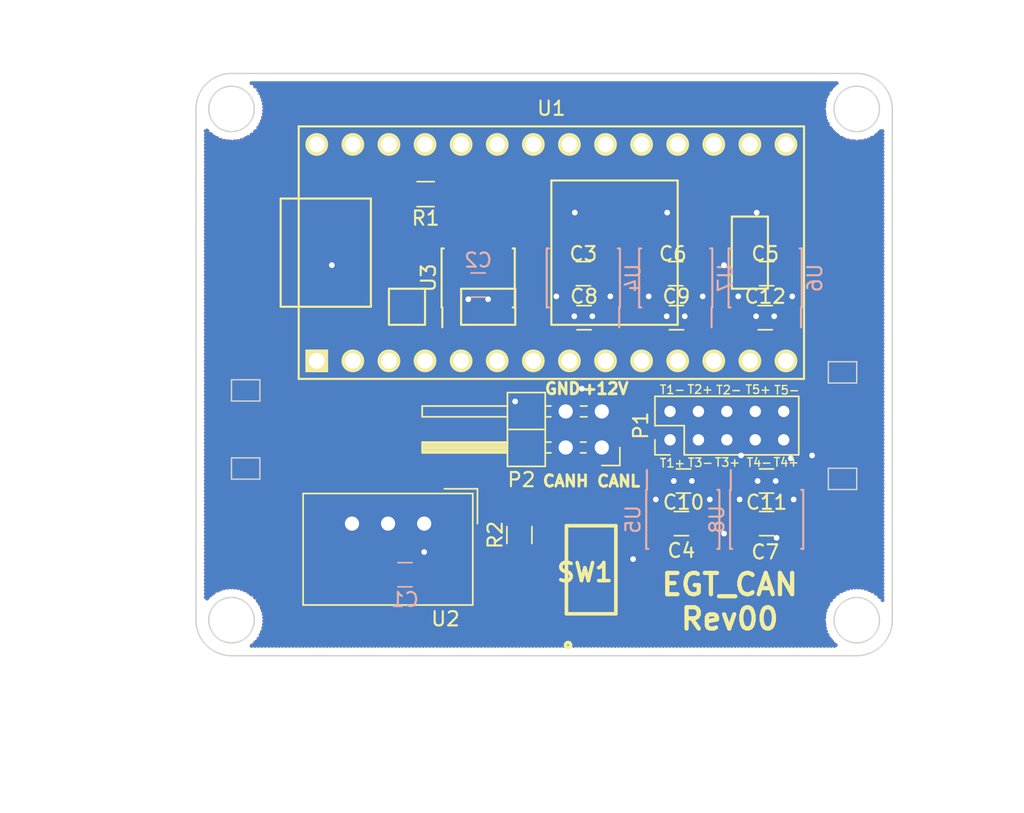
<source format=kicad_pcb>
(kicad_pcb (version 20171130) (host pcbnew "(5.0.0)")
  (title_block (title EGT_CAN_MODULE_PCB) (date 04-08-2018) (rev 00))
  (layers (0 F.Cu signal) (31 B.Cu signal) (34 B.Paste user) (35 F.Paste user) (36 B.SilkS user) (37 F.SilkS user) (38 B.Mask user) (39 F.Mask user) (44 Edge.Cuts user))
  (net 0 "")
  (net 1 Earth)
  (net 2 +12V)
  (net 3 +5V)
  (net 4 +3V3)
  (net 5 T1+)
  (net 6 T1-)
  (net 7 T2+)
  (net 8 T2-)
  (net 9 T3+)
  (net 10 T3-)
  (net 11 T4+)
  (net 12 T4-)
  (net 13 T5+)
  (net 14 T5-)
  (net 15 CANL)
  (net 16 CANH)
  (net 17 "Net-(R1-Pad1)")
  (net 18 SCK_TC)
  (net 19 "Net-(U1-Pad14)")
  (net 20 CS_3)
  (net 21 "Net-(U1-Pad18)")
  (net 22 "Net-(U1-Pad19)")
  (net 23 "Net-(U1-Pad20)")
  (net 24 "Net-(U1-Pad21)")
  (net 25 CS_4)
  (net 26 CS_5)
  (net 27 "Net-(U1-Pad24)")
  (net 28 "Net-(U1-Pad25)")
  (net 29 "Net-(U1-Pad27)")
  (net 30 SO_TC)
  (net 31 CS_1)
  (net 32 CS_2)
  (net 33 "Net-(U1-Pad10)")
  (net 34 "Net-(U1-Pad9)")
  (net 35 "Net-(U1-Pad8)")
  (net 36 "Net-(U1-Pad7)")
  (net 37 RX_CAN)
  (net 38 TX_CAN)
  (net 39 "Net-(U1-Pad4)")
  (net 40 "Net-(U1-Pad3)")
  (net 41 "Net-(U1-Pad2)")
  (net 42 "Net-(U3-Pad5)")
  (net 43 "Net-(R2-Pad1)")
  (net 44 "Net-(U1-Pad15)")
  (module Capacitors_SMD:C_0805_HandSoldering (layer B.Cu) (at 122.15 110.1)
    (fp_text reference C1 (at 0 1.75) (layer B.SilkS) (effects (justify mirror)))
    (fp_text value 22uF)
    (pad 1 smd rect (at -1.25 0) (size 1.5 1.25) (layers B.Cu B.Paste B.Mask) (net 2 +12V))
    (pad 2 smd rect (at 1.25 0) (size 1.5 1.25) (layers B.Cu B.Paste B.Mask) (net 1 Earth))
  )
  (module Capacitors_SMD:C_0805_HandSoldering (layer B.Cu) (at 127.3 89.7 180)
    (fp_text reference C2 (at 0 1.75 180) (layer B.SilkS) (effects (justify mirror)))
    (fp_text value 100nF)
    (pad 1 smd rect (at -1.25 0 180) (size 1.5 1.25) (layers B.Cu B.Paste B.Mask) (net 1 Earth))
    (pad 2 smd rect (at 1.25 0 180) (size 1.5 1.25) (layers B.Cu B.Paste B.Mask) (net 3 +5V))
  )
  (module Capacitors_SMD:C_0805_HandSoldering (layer F.Cu) (at 134.7 88.9 180)
    (fp_text reference C3 (at 0 1.4 180) (layer F.SilkS))
    (fp_text value 100nF)
    (pad 1 smd rect (at -1.25 0 180) (size 1.5 1.25) (layers F.Cu F.Paste F.Mask) (net 1 Earth))
    (pad 2 smd rect (at 1.25 0 180) (size 1.5 1.25) (layers F.Cu F.Paste F.Mask) (net 4 +3V3))
  )
  (module Capacitors_SMD:C_0805_HandSoldering (layer F.Cu) (at 141.6 106.5)
    (fp_text reference C4 (at 0 1.9) (layer F.SilkS))
    (fp_text value 100nF)
    (pad 1 smd rect (at -1.25 0) (size 1.5 1.25) (layers F.Cu F.Paste F.Mask) (net 1 Earth))
    (pad 2 smd rect (at 1.25 0) (size 1.5 1.25) (layers F.Cu F.Paste F.Mask) (net 4 +3V3))
  )
  (module Capacitors_SMD:C_0805_HandSoldering (layer F.Cu) (at 147.6 88.9 180)
    (fp_text reference C5 (at 0.1 1.4 180) (layer F.SilkS))
    (fp_text value 100nF)
    (pad 1 smd rect (at -1.25 0 180) (size 1.5 1.25) (layers F.Cu F.Paste F.Mask) (net 1 Earth))
    (pad 2 smd rect (at 1.25 0 180) (size 1.5 1.25) (layers F.Cu F.Paste F.Mask) (net 4 +3V3))
  )
  (module Capacitors_SMD:C_0805_HandSoldering (layer F.Cu) (at 141.2 88.9 180)
    (fp_text reference C6 (at 0.2 1.4 180) (layer F.SilkS))
    (fp_text value 100nF)
    (pad 1 smd rect (at -1.25 0 180) (size 1.5 1.25) (layers F.Cu F.Paste F.Mask) (net 1 Earth))
    (pad 2 smd rect (at 1.25 0 180) (size 1.5 1.25) (layers F.Cu F.Paste F.Mask) (net 4 +3V3))
  )
  (module Capacitors_SMD:C_0805_HandSoldering (layer F.Cu) (at 147.6 106.5)
    (fp_text reference C7 (at -0.1 2) (layer F.SilkS))
    (fp_text value 100nF)
    (pad 1 smd rect (at -1.25 0) (size 1.5 1.25) (layers F.Cu F.Paste F.Mask) (net 1 Earth))
    (pad 2 smd rect (at 1.25 0) (size 1.5 1.25) (layers F.Cu F.Paste F.Mask) (net 4 +3V3))
  )
  (module Pin_Headers:Pin_Header_Straight_2x05_Pitch2.00mm (layer F.Cu) (at 140.8 100.6 90)
    (fp_text reference P1 (at 1 -2.06 90) (layer F.SilkS))
    (fp_text value CONN_01X10)
    (pad 1 thru_hole rect (at 0 0 90) (size 1.35 1.35) (drill 0.8) (layers *.Cu *.Mask) (net 5 T1+))
    (pad 2 thru_hole oval (at 2 0 90) (size 1.35 1.35) (drill 0.8) (layers *.Cu *.Mask) (net 6 T1-))
    (pad 3 thru_hole oval (at 0 2 90) (size 1.35 1.35) (drill 0.8) (layers *.Cu *.Mask) (net 10 T3-))
    (pad 4 thru_hole oval (at 2 2 90) (size 1.35 1.35) (drill 0.8) (layers *.Cu *.Mask) (net 7 T2+))
    (pad 5 thru_hole oval (at 0 4 90) (size 1.35 1.35) (drill 0.8) (layers *.Cu *.Mask) (net 9 T3+))
    (pad 6 thru_hole oval (at 2 4 90) (size 1.35 1.35) (drill 0.8) (layers *.Cu *.Mask) (net 8 T2-))
    (pad 7 thru_hole oval (at 0 6 90) (size 1.35 1.35) (drill 0.8) (layers *.Cu *.Mask) (net 12 T4-))
    (pad 8 thru_hole oval (at 2 6 90) (size 1.35 1.35) (drill 0.8) (layers *.Cu *.Mask) (net 13 T5+))
    (pad 9 thru_hole oval (at 0 8 90) (size 1.35 1.35) (drill 0.8) (layers *.Cu *.Mask) (net 11 T4+))
    (pad 10 thru_hole oval (at 2 8 90) (size 1.35 1.35) (drill 0.8) (layers *.Cu *.Mask) (net 14 T5-))
  )
  (module Pin_Headers:Pin_Header_Angled_2x02_Pitch2.54mm (layer F.Cu) (at 136 101.14 180)
    (fp_text reference P2 (at 5.655 -2.27 180) (layer F.SilkS))
    (fp_text value CONN_01X04)
    (pad 1 thru_hole rect (at 0 0 180) (size 1.7 1.7) (drill 1) (layers *.Cu *.Mask) (net 2 +12V))
    (pad 2 thru_hole oval (at 2.54 0 180) (size 1.7 1.7) (drill 1) (layers *.Cu *.Mask) (net 1 Earth))
    (pad 3 thru_hole oval (at 0 2.54 180) (size 1.7 1.7) (drill 1) (layers *.Cu *.Mask) (net 15 CANL))
    (pad 4 thru_hole oval (at 2.54 2.54 180) (size 1.7 1.7) (drill 1) (layers *.Cu *.Mask) (net 16 CANH))
  )
  (module Resistors_SMD:R_0805_HandSoldering (layer F.Cu) (at 123.6 83.3 180)
    (fp_text reference R1 (at 0 -1.7 180) (layer F.SilkS))
    (fp_text value 18K)
    (pad 1 smd rect (at -1.35 0 180) (size 1.5 1.3) (layers F.Cu F.Paste F.Mask) (net 17 "Net-(R1-Pad1)"))
    (pad 2 smd rect (at 1.35 0 180) (size 1.5 1.3) (layers F.Cu F.Paste F.Mask) (net 1 Earth))
  )
  (module Resistors_SMD:R_0805_HandSoldering (layer F.Cu) (at 130.2 107.3 90)
    (fp_text reference R2 (at 0 -1.7 90) (layer F.SilkS))
    (fp_text value 120)
    (pad 1 smd rect (at -1.35 0 90) (size 1.5 1.3) (layers F.Cu F.Paste F.Mask) (net 43 "Net-(R2-Pad1)"))
    (pad 2 smd rect (at 1.35 0 90) (size 1.5 1.3) (layers F.Cu F.Paste F.Mask) (net 16 CANH))
  )
  (module "User Libraries:TEENSY_3.2_BASIC" (layer F.Cu) (at 132.45 87.42)
    (fp_text reference U1 (at 0 -10.16) (layer F.SilkS))
    (fp_text value TEENSY_3.2_BASIC)
    (pad 15 thru_hole circle (at 16.51 -7.62) (size 1.6 1.6) (drill 1.1) (layers *.Cu *.Mask F.SilkS) (net 44 "Net-(U1-Pad15)"))
    (pad 14 thru_hole circle (at 16.51 7.62) (size 1.6 1.6) (drill 1.1) (layers *.Cu *.Mask F.SilkS) (net 19 "Net-(U1-Pad14)"))
    (pad 16 thru_hole circle (at 13.97 -7.62) (size 1.6 1.6) (drill 1.1) (layers *.Cu *.Mask F.SilkS) (net 18 SCK_TC))
    (pad 17 thru_hole circle (at 11.43 -7.62) (size 1.6 1.6) (drill 1.1) (layers *.Cu *.Mask F.SilkS) (net 26 CS_5))
    (pad 18 thru_hole circle (at 8.89 -7.62) (size 1.6 1.6) (drill 1.1) (layers *.Cu *.Mask F.SilkS) (net 21 "Net-(U1-Pad18)"))
    (pad 19 thru_hole circle (at 6.35 -7.62) (size 1.6 1.6) (drill 1.1) (layers *.Cu *.Mask F.SilkS) (net 22 "Net-(U1-Pad19)"))
    (pad 20 thru_hole circle (at 3.81 -7.62) (size 1.6 1.6) (drill 1.1) (layers *.Cu *.Mask F.SilkS) (net 23 "Net-(U1-Pad20)"))
    (pad 21 thru_hole circle (at 1.27 -7.62) (size 1.6 1.6) (drill 1.1) (layers *.Cu *.Mask F.SilkS) (net 24 "Net-(U1-Pad21)"))
    (pad 22 thru_hole circle (at -1.27 -7.62) (size 1.6 1.6) (drill 1.1) (layers *.Cu *.Mask F.SilkS) (net 32 CS_2))
    (pad 23 thru_hole circle (at -3.81 -7.62) (size 1.6 1.6) (drill 1.1) (layers *.Cu *.Mask F.SilkS) (net 31 CS_1))
    (pad 24 thru_hole circle (at -6.35 -7.62) (size 1.6 1.6) (drill 1.1) (layers *.Cu *.Mask F.SilkS) (net 27 "Net-(U1-Pad24)"))
    (pad 25 thru_hole circle (at -8.89 -7.62) (size 1.6 1.6) (drill 1.1) (layers *.Cu *.Mask F.SilkS) (net 28 "Net-(U1-Pad25)"))
    (pad 26 thru_hole circle (at -11.43 -7.62) (size 1.6 1.6) (drill 1.1) (layers *.Cu *.Mask F.SilkS) (net 4 +3V3))
    (pad 27 thru_hole circle (at -13.97 -7.62) (size 1.6 1.6) (drill 1.1) (layers *.Cu *.Mask F.SilkS) (net 29 "Net-(U1-Pad27)"))
    (pad 28 thru_hole circle (at -16.51 -7.62) (size 1.6 1.6) (drill 1.1) (layers *.Cu *.Mask F.SilkS) (net 3 +5V))
    (pad 13 thru_hole circle (at 13.97 7.62) (size 1.6 1.6) (drill 1.1) (layers *.Cu *.Mask F.SilkS) (net 30 SO_TC))
    (pad 12 thru_hole circle (at 11.43 7.62) (size 1.6 1.6) (drill 1.1) (layers *.Cu *.Mask F.SilkS) (net 25 CS_4))
    (pad 11 thru_hole circle (at 8.89 7.62) (size 1.6 1.6) (drill 1.1) (layers *.Cu *.Mask F.SilkS) (net 20 CS_3))
    (pad 10 thru_hole circle (at 6.35 7.62) (size 1.6 1.6) (drill 1.1) (layers *.Cu *.Mask F.SilkS) (net 33 "Net-(U1-Pad10)"))
    (pad 9 thru_hole circle (at 3.81 7.62) (size 1.6 1.6) (drill 1.1) (layers *.Cu *.Mask F.SilkS) (net 34 "Net-(U1-Pad9)"))
    (pad 8 thru_hole circle (at 1.27 7.62) (size 1.6 1.6) (drill 1.1) (layers *.Cu *.Mask F.SilkS) (net 35 "Net-(U1-Pad8)"))
    (pad 7 thru_hole circle (at -1.27 7.62) (size 1.6 1.6) (drill 1.1) (layers *.Cu *.Mask F.SilkS) (net 36 "Net-(U1-Pad7)"))
    (pad 6 thru_hole circle (at -3.81 7.62) (size 1.6 1.6) (drill 1.1) (layers *.Cu *.Mask F.SilkS) (net 37 RX_CAN))
    (pad 5 thru_hole circle (at -6.35 7.62) (size 1.6 1.6) (drill 1.1) (layers *.Cu *.Mask F.SilkS) (net 38 TX_CAN))
    (pad 4 thru_hole circle (at -8.89 7.62) (size 1.6 1.6) (drill 1.1) (layers *.Cu *.Mask F.SilkS) (net 39 "Net-(U1-Pad4)"))
    (pad 3 thru_hole circle (at -11.43 7.62) (size 1.6 1.6) (drill 1.1) (layers *.Cu *.Mask F.SilkS) (net 40 "Net-(U1-Pad3)"))
    (pad 2 thru_hole circle (at -13.97 7.62) (size 1.6 1.6) (drill 1.1) (layers *.Cu *.Mask F.SilkS) (net 41 "Net-(U1-Pad2)"))
    (pad 1 thru_hole rect (at -16.51 7.62) (size 1.6 1.6) (drill 1.1) (layers *.Cu *.Mask F.SilkS) (net 1 Earth))
  )
  (module Converters_DCDC_ACDC:DCDC-Conv_TRACO_TSR-1 (layer F.Cu) (at 123.5 106.5 180)
    (fp_text reference U2 (at -1.5 -6.71 180) (layer F.SilkS))
    (fp_text value TSR_1-2450)
    (pad 1 thru_hole rect (at 0 0 180) (size 1.5 2.5) (drill 1) (layers *.Cu *.Mask) (net 2 +12V))
    (pad 2 thru_hole oval (at 2.54 0 180) (size 1.5 2.5) (drill 1) (layers *.Cu *.Mask) (net 1 Earth))
    (pad 3 thru_hole oval (at 5.08 0 180) (size 1.5 2.5) (drill 1) (layers *.Cu *.Mask) (net 3 +5V))
  )
  (module Housings_SOIC:SOIC-8_3.9x4.9mm_Pitch1.27mm (layer F.Cu) (at 127.3 89.2 90)
    (fp_text reference U3 (at 0 -3.5 90) (layer F.SilkS))
    (fp_text value MCP2551-I/SN)
    (pad 1 smd rect (at -2.7 -1.905 90) (size 1.55 0.6) (layers F.Cu F.Paste F.Mask) (net 38 TX_CAN))
    (pad 2 smd rect (at -2.7 -0.635 90) (size 1.55 0.6) (layers F.Cu F.Paste F.Mask) (net 1 Earth))
    (pad 3 smd rect (at -2.7 0.635 90) (size 1.55 0.6) (layers F.Cu F.Paste F.Mask) (net 3 +5V))
    (pad 4 smd rect (at -2.7 1.905 90) (size 1.55 0.6) (layers F.Cu F.Paste F.Mask) (net 37 RX_CAN))
    (pad 5 smd rect (at 2.7 1.905 90) (size 1.55 0.6) (layers F.Cu F.Paste F.Mask) (net 42 "Net-(U3-Pad5)"))
    (pad 6 smd rect (at 2.7 0.635 90) (size 1.55 0.6) (layers F.Cu F.Paste F.Mask) (net 15 CANL))
    (pad 7 smd rect (at 2.7 -0.635 90) (size 1.55 0.6) (layers F.Cu F.Paste F.Mask) (net 16 CANH))
    (pad 8 smd rect (at 2.7 -1.905 90) (size 1.55 0.6) (layers F.Cu F.Paste F.Mask) (net 17 "Net-(R1-Pad1)"))
  )
  (module Housings_SOIC:SOIC-8_3.9x4.9mm_Pitch1.27mm (layer B.Cu) (at 134.7 89.2 90)
    (fp_text reference U4 (at 0 3.5 90) (layer B.SilkS) (effects (justify mirror)))
    (fp_text value MAX31855KASA)
    (pad 1 smd rect (at -2.7 1.905 90) (size 1.55 0.6) (layers B.Cu B.Paste B.Mask) (net 1 Earth))
    (pad 2 smd rect (at -2.7 0.635 90) (size 1.55 0.6) (layers B.Cu B.Paste B.Mask) (net 6 T1-))
    (pad 3 smd rect (at -2.7 -0.635 90) (size 1.55 0.6) (layers B.Cu B.Paste B.Mask) (net 5 T1+))
    (pad 4 smd rect (at -2.7 -1.905 90) (size 1.55 0.6) (layers B.Cu B.Paste B.Mask) (net 4 +3V3))
    (pad 5 smd rect (at 2.7 -1.905 90) (size 1.55 0.6) (layers B.Cu B.Paste B.Mask) (net 18 SCK_TC))
    (pad 6 smd rect (at 2.7 -0.635 90) (size 1.55 0.6) (layers B.Cu B.Paste B.Mask) (net 31 CS_1))
    (pad 7 smd rect (at 2.7 0.635 90) (size 1.55 0.6) (layers B.Cu B.Paste B.Mask) (net 30 SO_TC))
    (pad 8 smd rect (at 2.7 1.905 90) (size 1.55 0.6) (layers B.Cu B.Paste B.Mask))
  )
  (module Housings_SOIC:SOIC-8_3.9x4.9mm_Pitch1.27mm (layer B.Cu) (at 141.7 106.2 270)
    (fp_text reference U5 (at 0 3.5 270) (layer B.SilkS) (effects (justify mirror)))
    (fp_text value MAX31855KASA)
    (pad 1 smd rect (at -2.7 1.905 270) (size 1.55 0.6) (layers B.Cu B.Paste B.Mask) (net 1 Earth))
    (pad 2 smd rect (at -2.7 0.635 270) (size 1.55 0.6) (layers B.Cu B.Paste B.Mask) (net 10 T3-))
    (pad 3 smd rect (at -2.7 -0.635 270) (size 1.55 0.6) (layers B.Cu B.Paste B.Mask) (net 9 T3+))
    (pad 4 smd rect (at -2.7 -1.905 270) (size 1.55 0.6) (layers B.Cu B.Paste B.Mask) (net 4 +3V3))
    (pad 5 smd rect (at 2.7 -1.905 270) (size 1.55 0.6) (layers B.Cu B.Paste B.Mask) (net 18 SCK_TC))
    (pad 6 smd rect (at 2.7 -0.635 270) (size 1.55 0.6) (layers B.Cu B.Paste B.Mask) (net 20 CS_3))
    (pad 7 smd rect (at 2.7 0.635 270) (size 1.55 0.6) (layers B.Cu B.Paste B.Mask) (net 30 SO_TC))
    (pad 8 smd rect (at 2.7 1.905 270) (size 1.55 0.6) (layers B.Cu B.Paste B.Mask))
  )
  (module Housings_SOIC:SOIC-8_3.9x4.9mm_Pitch1.27mm (layer B.Cu) (at 147.495 89.2 90)
    (fp_text reference U6 (at 0 3.5 90) (layer B.SilkS) (effects (justify mirror)))
    (fp_text value MAX31855KASA)
    (pad 1 smd rect (at -2.7 1.905 90) (size 1.55 0.6) (layers B.Cu B.Paste B.Mask) (net 1 Earth))
    (pad 2 smd rect (at -2.7 0.635 90) (size 1.55 0.6) (layers B.Cu B.Paste B.Mask) (net 14 T5-))
    (pad 3 smd rect (at -2.7 -0.635 90) (size 1.55 0.6) (layers B.Cu B.Paste B.Mask) (net 13 T5+))
    (pad 4 smd rect (at -2.7 -1.905 90) (size 1.55 0.6) (layers B.Cu B.Paste B.Mask) (net 4 +3V3))
    (pad 5 smd rect (at 2.7 -1.905 90) (size 1.55 0.6) (layers B.Cu B.Paste B.Mask) (net 18 SCK_TC))
    (pad 6 smd rect (at 2.7 -0.635 90) (size 1.55 0.6) (layers B.Cu B.Paste B.Mask) (net 26 CS_5))
    (pad 7 smd rect (at 2.7 0.635 90) (size 1.55 0.6) (layers B.Cu B.Paste B.Mask) (net 30 SO_TC))
    (pad 8 smd rect (at 2.7 1.905 90) (size 1.55 0.6) (layers B.Cu B.Paste B.Mask))
  )
  (module Housings_SOIC:SOIC-8_3.9x4.9mm_Pitch1.27mm (layer B.Cu) (at 141.2 89.2 90)
    (fp_text reference U7 (at 0 3.5 90) (layer B.SilkS) (effects (justify mirror)))
    (fp_text value MAX31855KASA)
    (pad 1 smd rect (at -2.7 1.905 90) (size 1.55 0.6) (layers B.Cu B.Paste B.Mask) (net 1 Earth))
    (pad 2 smd rect (at -2.7 0.635 90) (size 1.55 0.6) (layers B.Cu B.Paste B.Mask) (net 8 T2-))
    (pad 3 smd rect (at -2.7 -0.635 90) (size 1.55 0.6) (layers B.Cu B.Paste B.Mask) (net 7 T2+))
    (pad 4 smd rect (at -2.7 -1.905 90) (size 1.55 0.6) (layers B.Cu B.Paste B.Mask) (net 4 +3V3))
    (pad 5 smd rect (at 2.7 -1.905 90) (size 1.55 0.6) (layers B.Cu B.Paste B.Mask) (net 18 SCK_TC))
    (pad 6 smd rect (at 2.7 -0.635 90) (size 1.55 0.6) (layers B.Cu B.Paste B.Mask) (net 32 CS_2))
    (pad 7 smd rect (at 2.7 0.635 90) (size 1.55 0.6) (layers B.Cu B.Paste B.Mask) (net 30 SO_TC))
    (pad 8 smd rect (at 2.7 1.905 90) (size 1.55 0.6) (layers B.Cu B.Paste B.Mask))
  )
  (module Housings_SOIC:SOIC-8_3.9x4.9mm_Pitch1.27mm (layer B.Cu) (at 147.6 106.2 270)
    (fp_text reference U8 (at 0 3.5 270) (layer B.SilkS) (effects (justify mirror)))
    (fp_text value MAX31855KASA)
    (pad 1 smd rect (at -2.7 1.905 270) (size 1.55 0.6) (layers B.Cu B.Paste B.Mask) (net 1 Earth))
    (pad 2 smd rect (at -2.7 0.635 270) (size 1.55 0.6) (layers B.Cu B.Paste B.Mask) (net 12 T4-))
    (pad 3 smd rect (at -2.7 -0.635 270) (size 1.55 0.6) (layers B.Cu B.Paste B.Mask) (net 11 T4+))
    (pad 4 smd rect (at -2.7 -1.905 270) (size 1.55 0.6) (layers B.Cu B.Paste B.Mask) (net 4 +3V3))
    (pad 5 smd rect (at 2.7 -1.905 270) (size 1.55 0.6) (layers B.Cu B.Paste B.Mask) (net 18 SCK_TC))
    (pad 6 smd rect (at 2.7 -0.635 270) (size 1.55 0.6) (layers B.Cu B.Paste B.Mask) (net 25 CS_4))
    (pad 7 smd rect (at 2.7 0.635 270) (size 1.55 0.6) (layers B.Cu B.Paste B.Mask) (net 30 SO_TC))
    (pad 8 smd rect (at 2.7 1.905 270) (size 1.55 0.6) (layers B.Cu B.Paste B.Mask))
  )
  (module SamacSys_Parts:IKD0103101 (layer F.Cu) (at 135.25 109.75)
    (fp_text reference SW1 (at -0.44 0.188) (layer F.SilkS) (effects (font (size 1.27 1.27) (thickness 0.254))))
    (fp_text value SW_DIP_x01 hide)
    (pad 1 smd rect (at 0 4.45) (size 1.1 1.5) (layers F.Cu F.Paste F.Mask) (net 43 "Net-(R2-Pad1)"))
    (pad 2 smd rect (at 0 -4.45) (size 1.1 1.5) (layers F.Cu F.Paste F.Mask) (net 15 CANL))
  )
  (module Capacitors_SMD:C_0805_HandSoldering (layer F.Cu) (at 134.75 92 180)
    (fp_text reference C8 (at 0 1.5 180) (layer F.SilkS))
    (fp_text value 10nF)
    (pad 2 smd rect (at 1.25 0 180) (size 1.5 1.25) (layers F.Cu F.Paste F.Mask) (net 5 T1+))
    (pad 1 smd rect (at -1.25 0 180) (size 1.5 1.25) (layers F.Cu F.Paste F.Mask) (net 6 T1-))
  )
  (module Capacitors_SMD:C_0805_HandSoldering (layer F.Cu) (at 141.25 92 180)
    (fp_text reference C9 (at 0 1.5 180) (layer F.SilkS))
    (fp_text value 10nF)
    (pad 1 smd rect (at -1.25 0 180) (size 1.5 1.25) (layers F.Cu F.Paste F.Mask) (net 8 T2-))
    (pad 2 smd rect (at 1.25 0 180) (size 1.5 1.25) (layers F.Cu F.Paste F.Mask) (net 7 T2+))
  )
  (module Capacitors_SMD:C_0805_HandSoldering (layer F.Cu) (at 141.75 103.5)
    (fp_text reference C10 (at 0 1.5) (layer F.SilkS))
    (fp_text value 10nF)
    (pad 2 smd rect (at 1.25 0) (size 1.5 1.25) (layers F.Cu F.Paste F.Mask) (net 9 T3+))
    (pad 1 smd rect (at -1.25 0) (size 1.5 1.25) (layers F.Cu F.Paste F.Mask) (net 10 T3-))
  )
  (module Capacitors_SMD:C_0805_HandSoldering (layer F.Cu) (at 147.594 103.5)
    (fp_text reference C11 (at 0 1.5) (layer F.SilkS))
    (fp_text value 10nF)
    (pad 1 smd rect (at -1.25 0) (size 1.5 1.25) (layers F.Cu F.Paste F.Mask) (net 12 T4-))
    (pad 2 smd rect (at 1.25 0) (size 1.5 1.25) (layers F.Cu F.Paste F.Mask) (net 11 T4+))
  )
  (module Capacitors_SMD:C_0805_HandSoldering (layer F.Cu) (at 147.5 92 180)
    (fp_text reference C12 (at 0 1.5 180) (layer F.SilkS))
    (fp_text value 10nF)
    (pad 2 smd rect (at 1.25 0 180) (size 1.5 1.25) (layers F.Cu F.Paste F.Mask) (net 13 T5+))
    (pad 1 smd rect (at -1.25 0 180) (size 1.5 1.25) (layers F.Cu F.Paste F.Mask) (net 14 T5-))
  )
  (gr_text "EGT_CAN\nRev00" (at 145 112) (layer F.SilkS) (effects (font (size 1.5 1.5) (thickness 0.3))))
  (gr_text T5- (at 149.02 97.1) (layer F.SilkS) (effects (font (size 0.6 0.6) (thickness 0.1))))
  (gr_text T5+ (at 147 97.06) (layer F.SilkS) (effects (font (size 0.6 0.6) (thickness 0.1))))
  (gr_text T2- (at 144.94 97.09) (layer F.SilkS) (effects (font (size 0.6 0.6) (thickness 0.1))))
  (gr_text T2+ (at 142.92 97.05) (layer F.SilkS) (effects (font (size 0.6 0.6) (thickness 0.1))))
  (gr_text T4- (at 147.08 102.2) (layer F.SilkS) (effects (font (size 0.6 0.6) (thickness 0.1))))
  (gr_text T4+ (at 148.98 102.18) (layer F.SilkS) (effects (font (size 0.6 0.6) (thickness 0.1))))
  (gr_text T3+ (at 144.84 102.19) (layer F.SilkS) (effects (font (size 0.6 0.6) (thickness 0.1))))
  (gr_text T3- (at 142.94 102.21) (layer F.SilkS) (effects (font (size 0.6 0.6) (thickness 0.1))))
  (gr_text T1+ (at 140.97 102.24) (layer F.SilkS) (effects (font (size 0.6 0.6) (thickness 0.1))))
  (gr_text T1- (at 140.97 97.07) (layer F.SilkS) (effects (font (size 0.6 0.6) (thickness 0.1))))
  (gr_text GND (at 133.25 97) (layer F.SilkS) (effects (font (size 0.8 0.8) (thickness 0.2))))
  (gr_text +12V (at 136.25 97) (layer F.SilkS) (effects (font (size 0.8 0.8) (thickness 0.2))))
  (gr_text CANL (at 137.18 103.51) (layer F.SilkS) (effects (font (size 0.8 0.8) (thickness 0.2))))
  (gr_text CANH (at 133.46 103.5) (layer F.SilkS) (effects (font (size 0.8 0.8) (thickness 0.2))))
  (gr_line (start 111.94 103.37) (end 111.94 101.87) (layer Edge.Cuts) (width 0.1))
  (gr_line (start 109.94 103.37) (end 111.94 103.37) (layer Edge.Cuts) (width 0.1))
  (gr_line (start 109.94 101.87) (end 109.94 103.37) (layer Edge.Cuts) (width 0.1))
  (gr_line (start 111.94 101.87) (end 109.94 101.87) (layer Edge.Cuts) (width 0.1))
  (gr_line (start 111.94 97.87) (end 111.94 96.37) (layer Edge.Cuts) (width 0.1))
  (gr_line (start 109.94 97.87) (end 111.94 97.87) (layer Edge.Cuts) (width 0.1))
  (gr_line (start 109.94 96.37) (end 109.94 97.87) (layer Edge.Cuts) (width 0.1))
  (gr_line (start 111.94 96.37) (end 109.94 96.37) (layer Edge.Cuts) (width 0.1))
  (gr_line (start 151.94 104.1) (end 151.94 102.6) (layer Edge.Cuts) (width 0.1))
  (gr_line (start 153.94 104.1) (end 151.94 104.1) (layer Edge.Cuts) (width 0.1))
  (gr_line (start 153.94 102.6) (end 153.94 104.1) (layer Edge.Cuts) (width 0.1))
  (gr_line (start 151.94 102.6) (end 153.94 102.6) (layer Edge.Cuts) (width 0.1))
  (gr_line (start 151.94 96.6) (end 151.94 95.1) (layer Edge.Cuts) (width 0.1))
  (gr_line (start 153.94 96.6) (end 151.94 96.6) (layer Edge.Cuts) (width 0.1))
  (gr_line (start 153.94 95.1) (end 153.94 96.6) (layer Edge.Cuts) (width 0.1))
  (gr_line (start 151.94 95.1) (end 153.94 95.1) (layer Edge.Cuts) (width 0.1))
  (gr_circle (center 153.94 77.3) (end 155.54 77.3) (layer Edge.Cuts) (width 0.1))
  (gr_circle (center 153.94 113.3) (end 155.54 113.3) (layer Edge.Cuts) (width 0.1))
  (gr_circle (center 109.94 113.3) (end 108.34 113.3) (layer Edge.Cuts) (width 0.1))
  (gr_circle (center 109.94 77.3) (end 108.34 77.3) (layer Edge.Cuts) (width 0.1))
  (gr_arc (start 109.94 113.3) (end 109.94 115.8) (angle 90) (layer Edge.Cuts) (width 0.1))
  (gr_arc (start 153.94 113.3) (end 156.44 113.3) (angle 90) (layer Edge.Cuts) (width 0.1))
  (gr_arc (start 109.94 77.3) (end 107.44 77.3) (angle 90) (layer Edge.Cuts) (width 0.1))
  (gr_arc (start 153.94 77.3) (end 153.94 74.8) (angle 90) (layer Edge.Cuts) (width 0.1))
  (gr_line (start 109.94 115.8) (end 153.94 115.8) (layer Edge.Cuts) (width 0.1))
  (gr_line (start 109.94 74.8) (end 153.94 74.8) (layer Edge.Cuts) (width 0.1))
  (gr_line (start 156.44 77.3) (end 156.44 113.3) (layer Edge.Cuts) (width 0.1))
  (gr_line (start 107.44 77.3) (end 107.44 113.3) (layer Edge.Cuts) (width 0.1))
  (segment (start 120.9 110.1) (end 120.9 106.56) (width 0.25) (layer B.Cu) (net 1))
  (segment (start 120.9 106.56) (end 120.96 106.5) (width 0.25) (layer B.Cu) (net 1))
  (segment (start 126.6 90.7) (end 126.6 90.25) (width 0.25) (layer B.Cu) (net 1))
  (segment (start 126.6 90.25) (end 126.05 89.7) (width 0.25) (layer B.Cu) (net 1))
  (segment (start 126.665 91.9) (end 126.665 90.765) (width 0.25) (layer F.Cu) (net 1))
  (segment (start 126.665 90.765) (end 126.6 90.7) (width 0.25) (layer F.Cu) (net 1))
  (via (at 126.6 90.7) (size 0.6) (drill 0.4) (layers F.Cu B.Cu) (net 1))
  (segment (start 136.6 90.5) (end 136.6 89.55) (width 0.25) (layer F.Cu) (net 1))
  (segment (start 136.6 89.55) (end 135.95 88.9) (width 0.25) (layer F.Cu) (net 1))
  (segment (start 136.605 91.9) (end 136.605 90.505) (width 0.25) (layer B.Cu) (net 1))
  (segment (start 136.605 90.505) (end 136.6 90.5) (width 0.25) (layer B.Cu) (net 1))
  (via (at 136.6 90.5) (size 0.6) (drill 0.4) (layers F.Cu B.Cu) (net 1))
  (segment (start 143.1 90.5) (end 143.1 91.895) (width 0.25) (layer B.Cu) (net 1))
  (segment (start 143.1 91.895) (end 143.105 91.9) (width 0.25) (layer B.Cu) (net 1))
  (segment (start 142.45 89.85) (end 143.1 90.5) (width 0.25) (layer F.Cu) (net 1))
  (via (at 143.1 90.5) (size 0.6) (drill 0.4) (layers F.Cu B.Cu) (net 1))
  (segment (start 149.4 90.5) (end 149.4 89.45) (width 0.25) (layer F.Cu) (net 1))
  (segment (start 148.85 88.9) (end 149.4 89.45) (width 0.25) (layer F.Cu) (net 1))
  (via (at 149.4 90.5) (size 0.6) (drill 0.4) (layers F.Cu B.Cu) (net 1))
  (segment (start 149.4 91.9) (end 149.4 90.5) (width 0.25) (layer B.Cu) (net 1))
  (segment (start 145.695 103.5) (end 145.695 104.795) (width 0.25) (layer B.Cu) (net 1))
  (segment (start 145.695 104.795) (end 145.7 104.8) (width 0.25) (layer B.Cu) (net 1))
  (via (at 145.7 104.8) (size 0.6) (drill 0.4) (layers F.Cu B.Cu) (net 1))
  (segment (start 139.795 103.5) (end 139.795 104.795) (width 0.25) (layer B.Cu) (net 1))
  (segment (start 139.795 104.795) (end 139.8 104.8) (width 0.25) (layer B.Cu) (net 1))
  (via (at 139.8 104.8) (size 0.6) (drill 0.4) (layers F.Cu B.Cu) (net 1))
  (segment (start 142.45 89.85) (end 142.45 88.9) (width 0.25) (layer F.Cu) (net 1))
  (segment (start 146.35 105.45) (end 145.7 104.8) (width 0.25) (layer F.Cu) (net 1))
  (segment (start 146.35 106.5) (end 146.35 105.45) (width 0.25) (layer F.Cu) (net 1))
  (segment (start 140.35 105.35) (end 139.8 104.8) (width 0.25) (layer F.Cu) (net 1))
  (segment (start 140.35 106.5) (end 140.35 105.35) (width 0.25) (layer F.Cu) (net 1))
  (segment (start 136 98.6) (end 134.635001 99.964999) (width 0.25) (layer F.Cu) (net 2))
  (segment (start 134.635001 99.964999) (end 131.035001 99.964999) (width 0.25) (layer F.Cu) (net 2))
  (segment (start 131.035001 99.964999) (end 124.5 106.5) (width 0.25) (layer F.Cu) (net 2))
  (segment (start 124.5 106.5) (end 123.5 106.5) (width 0.25) (layer F.Cu) (net 2))
  (segment (start 123.5 108.5) (end 123.5 110) (width 0.25) (layer B.Cu) (net 2))
  (segment (start 123.5 110) (end 123.4 110.1) (width 0.25) (layer B.Cu) (net 2))
  (segment (start 123.5 106.5) (end 123.5 108.5) (width 0.25) (layer F.Cu) (net 2))
  (via (at 123.5 108.5) (size 0.6) (drill 0.4) (layers F.Cu B.Cu) (net 2))
  (segment (start 123.5 106) (end 123.5 106.5) (width 0.25) (layer F.Cu) (net 2))
  (segment (start 115.94 79.8) (end 115.94 88.3) (width 0.25) (layer F.Cu) (net 3))
  (segment (start 115.94 88.3) (end 115.94 90.834998) (width 0.25) (layer F.Cu) (net 3))
  (segment (start 117 88.3) (end 115.94 88.3) (width 0.25) (layer F.Cu) (net 3))
  (segment (start 128.55 89.7) (end 128.425 89.7) (width 0.25) (layer B.Cu) (net 3))
  (segment (start 126.610002 88.3) (end 117 88.3) (width 0.25) (layer B.Cu) (net 3))
  (segment (start 128.425 89.7) (end 127.025 88.3) (width 0.25) (layer B.Cu) (net 3))
  (segment (start 127.025 88.3) (end 126.610002 88.3) (width 0.25) (layer B.Cu) (net 3))
  (via (at 117 88.3) (size 0.6) (drill 0.4) (layers F.Cu B.Cu) (net 3))
  (segment (start 115.94 90.834998) (end 119.605001 94.499999) (width 0.25) (layer F.Cu) (net 3))
  (segment (start 119.605001 94.499999) (end 119.605001 94.789997) (width 0.25) (layer F.Cu) (net 3))
  (segment (start 127.935 91.9) (end 127.935 92.375) (width 0.25) (layer F.Cu) (net 3))
  (segment (start 119.605001 94.789997) (end 119.605001 103.814999) (width 0.25) (layer F.Cu) (net 3))
  (segment (start 119.605001 103.814999) (end 118.42 105) (width 0.25) (layer F.Cu) (net 3))
  (segment (start 118.42 105) (end 118.42 106.5) (width 0.25) (layer F.Cu) (net 3))
  (segment (start 128 90.7) (end 128 91.835) (width 0.25) (layer F.Cu) (net 3))
  (segment (start 128 91.835) (end 127.935 91.9) (width 0.25) (layer F.Cu) (net 3))
  (segment (start 128.55 89.7) (end 128.55 90.15) (width 0.25) (layer B.Cu) (net 3))
  (segment (start 128.55 90.15) (end 128 90.7) (width 0.25) (layer B.Cu) (net 3))
  (via (at 128 90.7) (size 0.6) (drill 0.4) (layers F.Cu B.Cu) (net 3))
  (segment (start 128.55 89.7) (end 128.55 90.05) (width 0.25) (layer B.Cu) (net 3))
  (segment (start 132.8 90.5) (end 132.8 91.895) (width 0.25) (layer B.Cu) (net 4))
  (via (at 132.8 90.5) (size 0.6) (drill 0.4) (layers F.Cu B.Cu) (net 4))
  (segment (start 133.45 89.85) (end 132.8 90.5) (width 0.25) (layer F.Cu) (net 4))
  (segment (start 132.8 91.895) (end 132.795 91.9) (width 0.25) (layer B.Cu) (net 4))
  (segment (start 139.3 90.5) (end 139.3 89.55) (width 0.25) (layer F.Cu) (net 4))
  (segment (start 139.295 90.875) (end 139.3 90.87) (width 0.25) (layer B.Cu) (net 4))
  (segment (start 139.295 91.9) (end 139.295 90.875) (width 0.25) (layer B.Cu) (net 4))
  (via (at 139.3 90.5) (size 0.6) (drill 0.4) (layers F.Cu B.Cu) (net 4))
  (segment (start 139.3 90.87) (end 139.3 90.5) (width 0.25) (layer B.Cu) (net 4))
  (segment (start 145.6 90.5) (end 145.6 91.89) (width 0.25) (layer B.Cu) (net 4))
  (segment (start 145.6 91.89) (end 145.59 91.9) (width 0.25) (layer B.Cu) (net 4))
  (segment (start 146.35 89.75) (end 145.6 90.5) (width 0.25) (layer F.Cu) (net 4))
  (via (at 145.6 90.5) (size 0.6) (drill 0.4) (layers F.Cu B.Cu) (net 4))
  (segment (start 149.5 104.8) (end 149.5 103.505) (width 0.25) (layer B.Cu) (net 4))
  (segment (start 149.5 103.505) (end 149.505 103.5) (width 0.25) (layer B.Cu) (net 4))
  (via (at 149.5 104.8) (size 0.6) (drill 0.4) (layers F.Cu B.Cu) (net 4))
  (segment (start 143.6 104.8) (end 143.6 103.505) (width 0.25) (layer B.Cu) (net 4))
  (segment (start 143.6 103.505) (end 143.605 103.5) (width 0.25) (layer B.Cu) (net 4))
  (via (at 143.6 104.8) (size 0.6) (drill 0.4) (layers F.Cu B.Cu) (net 4))
  (segment (start 133.45 89.85) (end 133.45 88.9) (width 0.25) (layer F.Cu) (net 4))
  (segment (start 139.3 89.55) (end 139.95 88.9) (width 0.25) (layer F.Cu) (net 4))
  (segment (start 146.35 89.75) (end 146.35 88.9) (width 0.25) (layer F.Cu) (net 4))
  (segment (start 148.85 105.45) (end 149.5 104.8) (width 0.25) (layer F.Cu) (net 4))
  (segment (start 148.85 106.5) (end 148.85 105.45) (width 0.25) (layer F.Cu) (net 4))
  (segment (start 142.85 105.55) (end 143.6 104.8) (width 0.25) (layer F.Cu) (net 4))
  (segment (start 142.85 106.5) (end 142.85 105.55) (width 0.25) (layer F.Cu) (net 4))
  (segment (start 134.065 91.9) (end 134.065 92.925) (width 0.25) (layer B.Cu) (net 5))
  (segment (start 134.065 92.925) (end 135.134999 93.994999) (width 0.25) (layer B.Cu) (net 5))
  (segment (start 135.134999 93.994999) (end 135.134999 95.859999) (width 0.25) (layer B.Cu) (net 5))
  (segment (start 135.134999 95.859999) (end 139.875 100.6) (width 0.25) (layer B.Cu) (net 5))
  (segment (start 139.875 100.6) (end 140.8 100.6) (width 0.25) (layer B.Cu) (net 5))
  (via (at 134.065 91.9) (size 0.6) (drill 0.4) (layers F.Cu B.Cu) (net 5))
  (segment (start 133.5 92) (end 133.965 92) (width 0.25) (layer F.Cu) (net 5))
  (segment (start 133.965 92) (end 134.065 91.9) (width 0.25) (layer F.Cu) (net 5))
  (segment (start 135.335 91.9) (end 135.335 92.375) (width 0.25) (layer B.Cu) (net 6))
  (segment (start 135.335 92.375) (end 137.674999 94.714999) (width 0.25) (layer B.Cu) (net 6))
  (segment (start 137.674999 94.714999) (end 137.674999 96.429593) (width 0.25) (layer B.Cu) (net 6))
  (segment (start 137.674999 96.429593) (end 139.845406 98.6) (width 0.25) (layer B.Cu) (net 6))
  (segment (start 139.845406 98.6) (end 140.8 98.6) (width 0.25) (layer B.Cu) (net 6))
  (via (at 135.335 91.9) (size 0.6) (drill 0.4) (layers F.Cu B.Cu) (net 6))
  (segment (start 136 92) (end 135.435 92) (width 0.25) (layer F.Cu) (net 6))
  (segment (start 135.435 92) (end 135.335 91.9) (width 0.25) (layer F.Cu) (net 6))
  (segment (start 140.565 91.9) (end 140.565 92.925) (width 0.25) (layer B.Cu) (net 7))
  (segment (start 140.565 92.925) (end 140.214999 93.275001) (width 0.25) (layer B.Cu) (net 7))
  (segment (start 140.214999 93.275001) (end 140.214999 96.014999) (width 0.25) (layer B.Cu) (net 7))
  (segment (start 140.214999 96.014999) (end 142.125001 97.925001) (width 0.25) (layer B.Cu) (net 7))
  (segment (start 142.125001 97.925001) (end 142.8 98.6) (width 0.25) (layer B.Cu) (net 7))
  (via (at 140.565 91.9) (size 0.6) (drill 0.4) (layers F.Cu B.Cu) (net 7))
  (segment (start 140 92) (end 140.465 92) (width 0.25) (layer F.Cu) (net 7))
  (segment (start 140.465 92) (end 140.565 91.9) (width 0.25) (layer F.Cu) (net 7))
  (segment (start 141.835 91.9) (end 141.835 92.375) (width 0.25) (layer B.Cu) (net 8))
  (segment (start 141.835 92.375) (end 142.754999 93.294999) (width 0.25) (layer B.Cu) (net 8))
  (segment (start 142.754999 93.294999) (end 142.754999 96.554999) (width 0.25) (layer B.Cu) (net 8))
  (segment (start 142.754999 96.554999) (end 144.125001 97.925001) (width 0.25) (layer B.Cu) (net 8))
  (segment (start 144.125001 97.925001) (end 144.8 98.6) (width 0.25) (layer B.Cu) (net 8))
  (via (at 141.835 91.9) (size 0.6) (drill 0.4) (layers F.Cu B.Cu) (net 8))
  (segment (start 142.5 92) (end 141.935 92) (width 0.25) (layer F.Cu) (net 8))
  (segment (start 141.935 92) (end 141.835 91.9) (width 0.25) (layer F.Cu) (net 8))
  (segment (start 142.335 103.5) (end 142.335 103.025) (width 0.25) (layer B.Cu) (net 9))
  (segment (start 142.335 103.025) (end 144.76 100.6) (width 0.25) (layer B.Cu) (net 9))
  (segment (start 144.76 100.6) (end 144.8 100.6) (width 0.25) (layer B.Cu) (net 9))
  (segment (start 143 103) (end 142.835 103) (width 0.25) (layer F.Cu) (net 9))
  (via (at 142.335 103.5) (size 0.6) (drill 0.4) (layers F.Cu B.Cu) (net 9))
  (segment (start 143 103.5) (end 142.335 103.5) (width 0.25) (layer F.Cu) (net 9))
  (segment (start 141.065 103.5) (end 141.065 102.335) (width 0.25) (layer B.Cu) (net 10))
  (segment (start 141.065 102.335) (end 142.8 100.6) (width 0.25) (layer B.Cu) (net 10))
  (segment (start 140.5 103) (end 140.565 103) (width 0.25) (layer F.Cu) (net 10))
  (via (at 141.065 103.5) (size 0.6) (drill 0.4) (layers F.Cu B.Cu) (net 10))
  (segment (start 140.5 103.5) (end 141.065 103.5) (width 0.25) (layer F.Cu) (net 10))
  (segment (start 148.235 103.5) (end 148.235 101.165) (width 0.25) (layer B.Cu) (net 11))
  (segment (start 148.235 101.165) (end 148.8 100.6) (width 0.25) (layer B.Cu) (net 11))
  (via (at 148.235 103.5) (size 0.6) (drill 0.4) (layers F.Cu B.Cu) (net 11))
  (segment (start 148.844 103.5) (end 148.235 103.5) (width 0.25) (layer F.Cu) (net 11))
  (segment (start 146.965 103.5) (end 146.965 100.765) (width 0.25) (layer B.Cu) (net 12))
  (segment (start 146.965 100.765) (end 146.8 100.6) (width 0.25) (layer B.Cu) (net 12))
  (via (at 146.965 103.5) (size 0.6) (drill 0.4) (layers F.Cu B.Cu) (net 12))
  (segment (start 146.344 103.5) (end 146.965 103.5) (width 0.25) (layer F.Cu) (net 12))
  (segment (start 146.86 91.9) (end 146.86 92.375) (width 0.25) (layer B.Cu) (net 13))
  (segment (start 146.86 92.375) (end 147.545001 93.060001) (width 0.25) (layer B.Cu) (net 13))
  (segment (start 147.545001 93.060001) (end 147.545001 97.854999) (width 0.25) (layer B.Cu) (net 13))
  (segment (start 147.545001 97.854999) (end 147.474999 97.925001) (width 0.25) (layer B.Cu) (net 13))
  (segment (start 147.474999 97.925001) (end 146.8 98.6) (width 0.25) (layer B.Cu) (net 13))
  (via (at 146.86 91.9) (size 0.6) (drill 0.4) (layers F.Cu B.Cu) (net 13))
  (segment (start 146.25 92) (end 146.76 92) (width 0.25) (layer F.Cu) (net 13))
  (segment (start 146.76 92) (end 146.86 91.9) (width 0.25) (layer F.Cu) (net 13))
  (segment (start 148.13 91.9) (end 148.13 92.375) (width 0.25) (layer B.Cu) (net 14))
  (segment (start 148.13 92.375) (end 150.085001 94.330001) (width 0.25) (layer B.Cu) (net 14))
  (segment (start 150.085001 94.330001) (end 150.085001 97.314999) (width 0.25) (layer B.Cu) (net 14))
  (segment (start 150.085001 97.314999) (end 149.474999 97.925001) (width 0.25) (layer B.Cu) (net 14))
  (segment (start 149.474999 97.925001) (end 148.8 98.6) (width 0.25) (layer B.Cu) (net 14))
  (via (at 148.13 91.9) (size 0.6) (drill 0.4) (layers F.Cu B.Cu) (net 14))
  (segment (start 148.75 92) (end 148.23 92) (width 0.25) (layer F.Cu) (net 14))
  (segment (start 148.23 92) (end 148.13 91.9) (width 0.25) (layer F.Cu) (net 14))
  (segment (start 134.6 97) (end 134.6 97.424264) (width 0.25) (layer B.Cu) (net 15))
  (segment (start 134.6 97.424264) (end 134.824999 97.649263) (width 0.25) (layer B.Cu) (net 15))
  (segment (start 134.824999 97.649263) (end 134.824999 101.064999) (width 0.25) (layer B.Cu) (net 15))
  (segment (start 134.824999 101.064999) (end 134.9 101.14) (width 0.25) (layer B.Cu) (net 15))
  (segment (start 134.9 101.14) (end 136 101.14) (width 0.25) (layer B.Cu) (net 15))
  (segment (start 127.935 86.5) (end 127.935 88.333588) (width 0.25) (layer F.Cu) (net 15))
  (segment (start 127.935 88.333588) (end 132.594999 92.993587) (width 0.25) (layer F.Cu) (net 15))
  (segment (start 132.594999 92.993587) (end 132.594999 95.580001) (width 0.25) (layer F.Cu) (net 15))
  (segment (start 132.594999 95.580001) (end 133.179999 96.165001) (width 0.25) (layer F.Cu) (net 15))
  (segment (start 133.179999 96.165001) (end 133.765001 96.165001) (width 0.25) (layer F.Cu) (net 15))
  (segment (start 133.765001 96.165001) (end 134.6 97) (width 0.25) (layer F.Cu) (net 15))
  (via (at 134.6 97) (size 0.6) (drill 0.4) (layers F.Cu B.Cu) (net 15))
  (segment (start 135.25 101.89) (end 136 101.14) (width 0.25) (layer F.Cu) (net 15))
  (segment (start 135.25 105.3) (end 135.25 101.89) (width 0.25) (layer F.Cu) (net 15))
  (segment (start 129.9 97.9) (end 133.14 101.14) (width 0.25) (layer B.Cu) (net 16))
  (segment (start 133.14 101.14) (end 133.46 101.14) (width 0.25) (layer B.Cu) (net 16))
  (segment (start 126.665 86.5) (end 126.665 87.699998) (width 0.25) (layer F.Cu) (net 16))
  (segment (start 126.665 87.699998) (end 129.9 90.934998) (width 0.25) (layer F.Cu) (net 16))
  (segment (start 129.9 90.934998) (end 129.9 97.9) (width 0.25) (layer F.Cu) (net 16))
  (via (at 129.9 97.9) (size 0.6) (drill 0.4) (layers F.Cu B.Cu) (net 16))
  (segment (start 130.2 104.4) (end 133.46 101.14) (width 0.25) (layer F.Cu) (net 16))
  (segment (start 130.2 104.4) (end 130.2 105.95) (width 0.25) (layer F.Cu) (net 16))
  (segment (start 125.395 86.5) (end 125.395 83.745) (width 0.25) (layer F.Cu) (net 17))
  (segment (start 125.395 83.745) (end 124.95 83.3) (width 0.25) (layer F.Cu) (net 17))
  (segment (start 149.505 108.9) (end 149.505 107.875) (width 0.25) (layer B.Cu) (net 18))
  (segment (start 149.505 107.875) (end 151.425001 105.954999) (width 0.25) (layer B.Cu) (net 18))
  (segment (start 151.425001 105.954999) (end 151.425001 82.265001) (width 0.25) (layer B.Cu) (net 18))
  (segment (start 151.425001 82.265001) (end 149.759999 80.599999) (width 0.25) (layer B.Cu) (net 18))
  (segment (start 149.759999 80.599999) (end 148.96 79.8) (width 0.25) (layer B.Cu) (net 18))
  (segment (start 134.13 83.17) (end 139.3 83.17) (width 0.25) (layer B.Cu) (net 18))
  (segment (start 139.3 83.17) (end 145.59 83.17) (width 0.25) (layer B.Cu) (net 18))
  (segment (start 139.295 86.5) (end 139.295 85.475) (width 0.25) (layer B.Cu) (net 18))
  (segment (start 139.295 85.475) (end 139.3 85.47) (width 0.25) (layer B.Cu) (net 18))
  (segment (start 139.3 85.47) (end 139.3 83.17) (width 0.25) (layer B.Cu) (net 18))
  (segment (start 132.795 86.5) (end 132.795 85.475) (width 0.25) (layer B.Cu) (net 18))
  (segment (start 132.795 85.475) (end 132.8 85.47) (width 0.25) (layer B.Cu) (net 18))
  (segment (start 132.8 85.47) (end 132.8 84.5) (width 0.25) (layer B.Cu) (net 18))
  (segment (start 132.8 84.5) (end 134.13 83.17) (width 0.25) (layer B.Cu) (net 18))
  (segment (start 143.605 108.9) (end 143.605 109.375) (width 0.25) (layer B.Cu) (net 18))
  (segment (start 143.605 109.375) (end 144.230001 110.000001) (width 0.25) (layer B.Cu) (net 18))
  (segment (start 144.230001 110.000001) (end 148.879999 110.000001) (width 0.25) (layer B.Cu) (net 18))
  (segment (start 148.879999 110.000001) (end 149.505 109.375) (width 0.25) (layer B.Cu) (net 18))
  (segment (start 149.505 109.375) (end 149.505 108.9) (width 0.25) (layer B.Cu) (net 18))
  (segment (start 132.795 86.5) (end 132.795 86.025) (width 0.25) (layer B.Cu) (net 18))
  (segment (start 139.295 86.5) (end 139.295 86.025) (width 0.25) (layer B.Cu) (net 18))
  (segment (start 148.96 79.8) (end 145.59 83.17) (width 0.25) (layer B.Cu) (net 18))
  (segment (start 145.59 83.17) (end 145.59 86.5) (width 0.25) (layer B.Cu) (net 18))
  (segment (start 138.2 109) (end 138.2 98.18) (width 0.25) (layer F.Cu) (net 20))
  (segment (start 138.2 98.18) (end 141.34 95.04) (width 0.25) (layer F.Cu) (net 20))
  (segment (start 142.335 108.9) (end 142.335 109.375) (width 0.25) (layer B.Cu) (net 20))
  (segment (start 142.335 109.375) (end 141.709999 110.000001) (width 0.25) (layer B.Cu) (net 20))
  (segment (start 141.709999 110.000001) (end 139.200001 110.000001) (width 0.25) (layer B.Cu) (net 20))
  (segment (start 139.200001 110.000001) (end 138.2 109) (width 0.25) (layer B.Cu) (net 20))
  (via (at 138.2 109) (size 0.6) (drill 0.4) (layers F.Cu B.Cu) (net 20))
  (segment (start 150.125001 97.870003) (end 149.5 97.245002) (width 0.25) (layer F.Cu) (net 25))
  (segment (start 145.645002 97.245002) (end 149.5 97.245002) (width 0.25) (layer F.Cu) (net 25))
  (segment (start 143.88 95.04) (end 143.88 95.48) (width 0.25) (layer F.Cu) (net 25))
  (segment (start 143.88 95.48) (end 145.645002 97.245002) (width 0.25) (layer F.Cu) (net 25))
  (segment (start 148.3 107.5) (end 149.310002 107.5) (width 0.25) (layer F.Cu) (net 25))
  (segment (start 149.310002 107.5) (end 150.125001 106.685001) (width 0.25) (layer F.Cu) (net 25))
  (segment (start 150.125001 106.685001) (end 150.125001 97.870003) (width 0.25) (layer F.Cu) (net 25))
  (segment (start 148.235 108.9) (end 148.235 107.565) (width 0.25) (layer B.Cu) (net 25))
  (segment (start 148.235 107.565) (end 148.3 107.5) (width 0.25) (layer B.Cu) (net 25))
  (via (at 148.3 107.5) (size 0.6) (drill 0.4) (layers F.Cu B.Cu) (net 25))
  (segment (start 146.9 84.6) (end 143.88 81.58) (width 0.25) (layer F.Cu) (net 26))
  (segment (start 143.88 81.58) (end 143.88 79.8) (width 0.25) (layer F.Cu) (net 26))
  (segment (start 146.86 86.5) (end 146.86 84.64) (width 0.25) (layer B.Cu) (net 26))
  (segment (start 146.86 84.64) (end 146.9 84.6) (width 0.25) (layer B.Cu) (net 26))
  (via (at 146.9 84.6) (size 0.6) (drill 0.4) (layers F.Cu B.Cu) (net 26))
  (segment (start 149.3 101.9) (end 146 101.9) (width 0.25) (layer F.Cu) (net 30))
  (segment (start 146 101.9) (end 145.8 101.7) (width 0.25) (layer F.Cu) (net 30))
  (segment (start 150.8 101.7) (end 149.5 101.7) (width 0.25) (layer B.Cu) (net 30))
  (segment (start 149.5 101.7) (end 149.3 101.9) (width 0.25) (layer B.Cu) (net 30))
  (via (at 149.3 101.9) (size 0.6) (drill 0.4) (layers F.Cu B.Cu) (net 30))
  (segment (start 150.8 97.908592) (end 150.8 101.7) (width 0.25) (layer F.Cu) (net 30))
  (via (at 150.8 101.7) (size 0.6) (drill 0.4) (layers F.Cu B.Cu) (net 30))
  (segment (start 147.98 96.6) (end 149.491408 96.6) (width 0.25) (layer F.Cu) (net 30))
  (segment (start 149.491408 96.6) (end 150.8 97.908592) (width 0.25) (layer F.Cu) (net 30))
  (segment (start 146.42 95.04) (end 147.98 96.6) (width 0.25) (layer F.Cu) (net 30))
  (segment (start 144.6 107.2) (end 144.6 107.699999) (width 0.25) (layer B.Cu) (net 30))
  (segment (start 144.6 107.699999) (end 144.7 107.799999) (width 0.25) (layer B.Cu) (net 30))
  (segment (start 145.8 101.7) (end 144.6 102.9) (width 0.25) (layer F.Cu) (net 30))
  (segment (start 144.6 102.9) (end 144.6 107.2) (width 0.25) (layer F.Cu) (net 30))
  (via (at 144.6 107.2) (size 0.6) (drill 0.4) (layers F.Cu B.Cu) (net 30))
  (via (at 145.8 101.7) (size 0.6) (drill 0.4) (layers F.Cu B.Cu) (net 30))
  (segment (start 144.6 88.3) (end 144.300001 88.599999) (width 0.25) (layer F.Cu) (net 30))
  (segment (start 144.300001 88.599999) (end 144.300001 92.920001) (width 0.25) (layer F.Cu) (net 30))
  (segment (start 144.300001 92.920001) (end 145.620001 94.240001) (width 0.25) (layer F.Cu) (net 30))
  (segment (start 145.620001 94.240001) (end 146.42 95.04) (width 0.25) (layer F.Cu) (net 30))
  (segment (start 144.6 87.600001) (end 144.6 88.3) (width 0.25) (layer B.Cu) (net 30))
  (via (at 144.6 88.3) (size 0.6) (drill 0.4) (layers F.Cu B.Cu) (net 30))
  (segment (start 141.690001 107.799999) (end 144.7 107.799999) (width 0.25) (layer B.Cu) (net 30))
  (segment (start 144.7 107.799999) (end 146.339999 107.799999) (width 0.25) (layer B.Cu) (net 30))
  (segment (start 142.460001 87.600001) (end 144.6 87.600001) (width 0.25) (layer B.Cu) (net 30))
  (segment (start 144.6 87.600001) (end 147.504999 87.600001) (width 0.25) (layer B.Cu) (net 30))
  (segment (start 141.835 86.5) (end 141.835 86.975) (width 0.25) (layer B.Cu) (net 30))
  (segment (start 141.835 86.975) (end 142.460001 87.600001) (width 0.25) (layer B.Cu) (net 30))
  (segment (start 147.504999 87.600001) (end 148.13 86.975) (width 0.25) (layer B.Cu) (net 30))
  (segment (start 148.13 86.975) (end 148.13 86.5) (width 0.25) (layer B.Cu) (net 30))
  (segment (start 135.335 86.5) (end 135.335 87.525) (width 0.25) (layer B.Cu) (net 30))
  (segment (start 135.335 87.525) (end 135.410001 87.600001) (width 0.25) (layer B.Cu) (net 30))
  (segment (start 135.410001 87.600001) (end 141.209999 87.600001) (width 0.25) (layer B.Cu) (net 30))
  (segment (start 141.209999 87.600001) (end 141.835 86.975) (width 0.25) (layer B.Cu) (net 30))
  (segment (start 141.065 108.9) (end 141.065 108.425) (width 0.25) (layer B.Cu) (net 30))
  (segment (start 141.065 108.425) (end 141.690001 107.799999) (width 0.25) (layer B.Cu) (net 30))
  (segment (start 146.339999 107.799999) (end 146.965 108.425) (width 0.25) (layer B.Cu) (net 30))
  (segment (start 146.965 108.425) (end 146.965 108.9) (width 0.25) (layer B.Cu) (net 30))
  (segment (start 134.1 84.6) (end 129.3 79.8) (width 0.25) (layer F.Cu) (net 31))
  (segment (start 129.3 79.8) (end 128.64 79.8) (width 0.25) (layer F.Cu) (net 31))
  (segment (start 134.065 86.5) (end 134.065 84.635) (width 0.25) (layer B.Cu) (net 31))
  (segment (start 134.065 84.635) (end 134.1 84.6) (width 0.25) (layer B.Cu) (net 31))
  (via (at 134.1 84.6) (size 0.6) (drill 0.4) (layers F.Cu B.Cu) (net 31))
  (segment (start 140.6 84.6) (end 135.98 84.6) (width 0.25) (layer F.Cu) (net 32))
  (segment (start 135.98 84.6) (end 131.18 79.8) (width 0.25) (layer F.Cu) (net 32))
  (segment (start 140.565 86.5) (end 140.565 84.635) (width 0.25) (layer B.Cu) (net 32))
  (via (at 140.6 84.6) (size 0.6) (drill 0.4) (layers F.Cu B.Cu) (net 32))
  (segment (start 140.565 84.635) (end 140.6 84.6) (width 0.25) (layer B.Cu) (net 32))
  (segment (start 129.205 91.9) (end 129.205 94.475) (width 0.25) (layer F.Cu) (net 37))
  (segment (start 129.205 94.475) (end 128.64 95.04) (width 0.25) (layer F.Cu) (net 37))
  (segment (start 125.395 91.9) (end 125.395 94.335) (width 0.25) (layer F.Cu) (net 38))
  (segment (start 125.395 94.335) (end 126.1 95.04) (width 0.25) (layer F.Cu) (net 38))
  (segment (start 131.4 108.65) (end 130.2 108.65) (width 0.25) (layer F.Cu) (net 43))
  (segment (start 135.25 114.2) (end 135.25 112.5) (width 0.25) (layer F.Cu) (net 43))
  (segment (start 135.25 112.5) (end 131.4 108.65) (width 0.25) (layer F.Cu) (net 43))
  (zone (net 1) (net_name Earth) (layer F.Cu) (connect_pads (clearance 0.508)) (min_thickness 0.254) (fill (mode segment) (arc_segments 32) (thermal_gap 0.508) (thermal_bridge_width 0.7))
    (polygon (pts (xy 102.69 70.58) (xy 164.94 69.63) (xy 165.73 126.38) (xy 93.65 126.9) (xy 101.38 70.55)))
  )
  (zone (net 4) (net_name +3V3) (layer B.Cu) (connect_pads (clearance 0.508)) (min_thickness 0.254) (fill (mode segment) (arc_segments 32) (thermal_gap 0.508) (thermal_bridge_width 0.7))
    (polygon (pts (xy 104.13 72.12) (xy 159.96 72.12) (xy 160.36 120.35) (xy 101.77 120.74) (xy 103.87 72.51)))
  )
)
</source>
